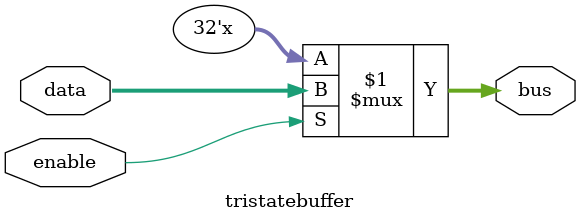
<source format=v>
module tristatebuffer(
    input enable,
    input [31:0] data,
    output [31:0] bus
);

// initial begin
//     $monitor("enable=%d,data=%d,bus=%d",enable,data,bus);
// end

assign bus = enable ? data : 32'bzzzzzzzzzzzzzzzzzzzzzzzzzzzzzzzz;

endmodule
</source>
